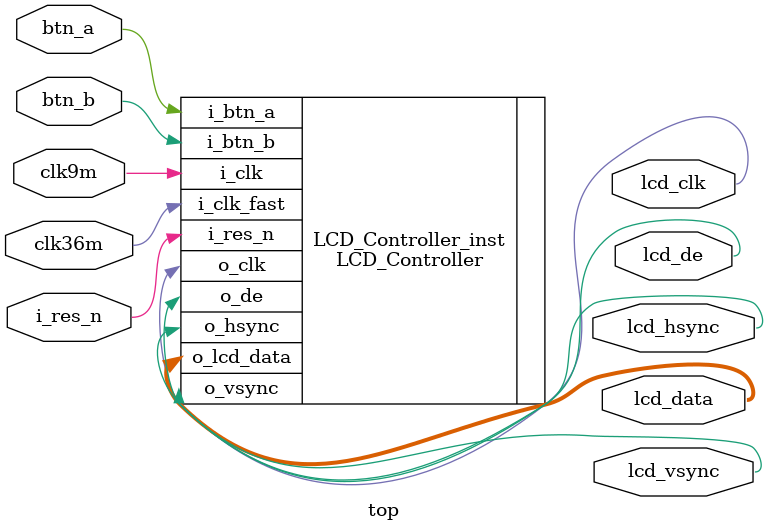
<source format=v>
 /********************************************************
 * Title    : Tang-Nano Party Parrot
 * Date     : 2020/05/17
 * Design   : kingyo
 ********************************************************/
// MIT License
//
// Copyright (c) 2020 kingyo
//
// Permission is hereby granted, free of charge, to any person obtaining a copy
// of this software and associated documentation files (the "Software"), to deal
// in the Software without restriction, including without limitation the rights
// to use, copy, modify, merge, publish, distribute, sublicense, and/or sell
// copies of the Software, and to permit persons to whom the Software is
// furnished to do so, subject to the following conditions:
//
// The above copyright notice and this permission notice shall be included in all
// copies or substantial portions of the Software.
//
// THE SOFTWARE IS PROVIDED "AS IS", WITHOUT WARRANTY OF ANY KIND, EXPRESS OR
// IMPLIED, INCLUDING BUT NOT LIMITED TO THE WARRANTIES OF MERCHANTABILITY,
// FITNESS FOR A PARTICULAR PURPOSE AND NONINFRINGEMENT. IN NO EVENT SHALL THE
// AUTHORS OR COPYRIGHT HOLDERS BE LIABLE FOR ANY CLAIM, DAMAGES OR OTHER
// LIABILITY, WHETHER IN AN ACTION OF CONTRACT, TORT OR OTHERWISE, ARISING FROM,
// OUT OF OR IN CONNECTION WITH THE SOFTWARE OR THE USE OR OTHER DEALINGS IN THE
// SOFTWARE.

module top (
    // CLK
    // input   wire            mco,    // 24MHz - unnecessary for MiSTer
    input   wire            clk36m,  // system clock
    input   wire            clk9m,   // pixel clock
    input   wire            i_res_n, // active low reset

    // Button
    input   wire            btn_a,
    input   wire            btn_b,

    // LCD
    output  wire            lcd_clk,
    output  wire            lcd_hsync,
    output  wire            lcd_vsync,
    output  wire            lcd_de,
    output  wire    [15:0]  lcd_data
    );

    /**************************************************************
     *  Wires - Unnecessary now that we added clk input ports above
     *************************************************************/
    // wire            clk36m;
    // wire            clk9m;

    /**************************************************************
     *  PLL - Unnecessary for MiSTer
     *************************************************************/
    // Gowin_PLL Gowin_PLL_isnt (
    //     .clkin ( mco ),         // input clkin
    //     .clkout ( clk36m ),     // output clkout
    //     .clkoutd ( clk9m )      // output clkoutd
    // );

    /**************************************************************
     *  LCD Controller
     *************************************************************/
    LCD_Controller LCD_Controller_inst (
        .i_clk ( clk9m ),
        .i_clk_fast ( clk36m ),
        .i_res_n ( i_res_n ),
        .i_btn_a ( btn_a ),
        .i_btn_b ( btn_b ),
        .o_clk ( lcd_clk ),
        .o_hsync ( lcd_hsync ),
        .o_vsync ( lcd_vsync ),
        .o_de ( lcd_de ),
        .o_lcd_data ( lcd_data[15:0] )
    );

endmodule

</source>
